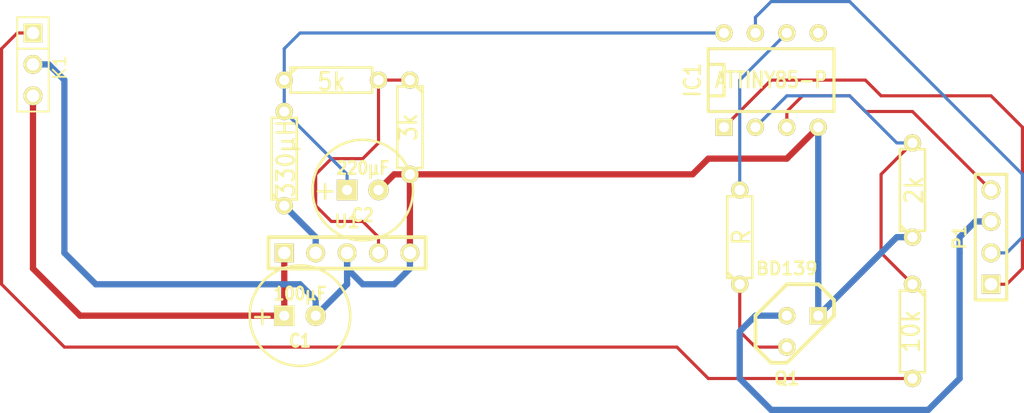
<source format=kicad_pcb>
(kicad_pcb (version 3) (host pcbnew "(2013-may-18)-stable")

  (general
    (links 25)
    (no_connects 0)
    (area 12.573 16.383 96.3676 49.784001)
    (thickness 1.6)
    (drawings 0)
    (tracks 98)
    (zones 0)
    (modules 13)
    (nets 14)
  )

  (page A4)
  (layers
    (15 F.Cu signal)
    (0 B.Cu signal)
    (16 B.Adhes user hide)
    (17 F.Adhes user hide)
    (18 B.Paste user hide)
    (19 F.Paste user hide)
    (20 B.SilkS user hide)
    (21 F.SilkS user)
    (22 B.Mask user hide)
    (23 F.Mask user hide)
    (24 Dwgs.User user hide)
    (25 Cmts.User user hide)
    (26 Eco1.User user hide)
    (27 Eco2.User user hide)
    (28 Edge.Cuts user hide)
  )

  (setup
    (last_trace_width 0.254)
    (trace_clearance 0.254)
    (zone_clearance 0.508)
    (zone_45_only no)
    (trace_min 0.254)
    (segment_width 0.2)
    (edge_width 0.1)
    (via_size 0.889)
    (via_drill 0.635)
    (via_min_size 0.889)
    (via_min_drill 0.508)
    (uvia_size 0.508)
    (uvia_drill 0.127)
    (uvias_allowed no)
    (uvia_min_size 0.508)
    (uvia_min_drill 0.127)
    (pcb_text_width 0.3)
    (pcb_text_size 1.5 1.5)
    (mod_edge_width 0.15)
    (mod_text_size 1 1)
    (mod_text_width 0.15)
    (pad_size 1.5 1.5)
    (pad_drill 0.6)
    (pad_to_mask_clearance 0)
    (aux_axis_origin 26.67 25.4)
    (visible_elements FFFFFFBF)
    (pcbplotparams
      (layerselection 3178497)
      (usegerberextensions true)
      (excludeedgelayer true)
      (linewidth 0.150000)
      (plotframeref false)
      (viasonmask false)
      (mode 1)
      (useauxorigin false)
      (hpglpennumber 1)
      (hpglpenspeed 20)
      (hpglpendiameter 15)
      (hpglpenoverlay 2)
      (psnegative false)
      (psa4output false)
      (plotreference true)
      (plotvalue true)
      (plotothertext true)
      (plotinvisibletext false)
      (padsonsilk false)
      (subtractmaskfromsilk false)
      (outputformat 1)
      (mirror false)
      (drillshape 1)
      (scaleselection 1)
      (outputdirectory ""))
  )

  (net 0 "")
  (net 1 "/3.3v Regulator/+12V")
  (net 2 "/3.3v Regulator/+3.3V")
  (net 3 "/3.3v Regulator/GND")
  (net 4 "/Power Control/ACC")
  (net 5 "/Power Control/PI_IN")
  (net 6 "/Power Control/PI_OUT")
  (net 7 "/Power Control/PWR_SW")
  (net 8 "/Power Control/SW_GND")
  (net 9 N-0000010)
  (net 10 N-0000011)
  (net 11 N-0000012)
  (net 12 N-0000014)
  (net 13 N-000009)

  (net_class Default "This is the default net class."
    (clearance 0.254)
    (trace_width 0.254)
    (via_dia 0.889)
    (via_drill 0.635)
    (uvia_dia 0.508)
    (uvia_drill 0.127)
    (add_net "")
    (add_net "/3.3v Regulator/+3.3V")
    (add_net "/Power Control/ACC")
    (add_net "/Power Control/PI_IN")
    (add_net "/Power Control/PI_OUT")
    (add_net "/Power Control/PWR_SW")
    (add_net N-0000011)
    (add_net N-0000012)
    (add_net N-0000014)
    (add_net N-000009)
  )

  (net_class PWR ""
    (clearance 0.508)
    (trace_width 0.508)
    (via_dia 0.889)
    (via_drill 0.635)
    (uvia_dia 0.508)
    (uvia_drill 0.127)
    (add_net "/3.3v Regulator/+12V")
    (add_net "/3.3v Regulator/GND")
    (add_net "/Power Control/SW_GND")
    (add_net N-0000010)
  )

  (module R3 (layer F.Cu) (tedit 56E24DFE) (tstamp 56E10655)
    (at 39.37 22.86)
    (descr "Resitance 3 pas")
    (tags R)
    (path /56E0E56D/56E0E667)
    (autoplace_cost180 10)
    (fp_text reference R1 (at 0 0.127) (layer F.SilkS) hide
      (effects (font (size 1.397 1.27) (thickness 0.2032)))
    )
    (fp_text value 5k (at 0 0.127) (layer F.SilkS)
      (effects (font (size 1.397 1.27) (thickness 0.2032)))
    )
    (fp_line (start -3.81 0) (end -3.302 0) (layer F.SilkS) (width 0.2032))
    (fp_line (start 3.81 0) (end 3.302 0) (layer F.SilkS) (width 0.2032))
    (fp_line (start 3.302 0) (end 3.302 -1.016) (layer F.SilkS) (width 0.2032))
    (fp_line (start 3.302 -1.016) (end -3.302 -1.016) (layer F.SilkS) (width 0.2032))
    (fp_line (start -3.302 -1.016) (end -3.302 1.016) (layer F.SilkS) (width 0.2032))
    (fp_line (start -3.302 1.016) (end 3.302 1.016) (layer F.SilkS) (width 0.2032))
    (fp_line (start 3.302 1.016) (end 3.302 0) (layer F.SilkS) (width 0.2032))
    (fp_line (start -3.302 -0.508) (end -2.794 -1.016) (layer F.SilkS) (width 0.2032))
    (pad 1 thru_hole circle (at -3.81 0) (size 1.397 1.397) (drill 0.8128)
      (layers *.Cu *.Mask F.SilkS)
      (net 2 "/3.3v Regulator/+3.3V")
    )
    (pad 2 thru_hole circle (at 3.81 0) (size 1.397 1.397) (drill 0.8128)
      (layers *.Cu *.Mask F.SilkS)
      (net 13 N-000009)
    )
    (model discret/resistor.wrl
      (at (xyz 0 0 0))
      (scale (xyz 0.3 0.3 0.3))
      (rotate (xyz 0 0 0))
    )
  )

  (module R3 (layer F.Cu) (tedit 56E24E02) (tstamp 56E256E8)
    (at 45.72 26.67 270)
    (descr "Resitance 3 pas")
    (tags R)
    (path /56E0E56D/56E0E668)
    (autoplace_cost180 10)
    (fp_text reference R2 (at 0 0.127 270) (layer F.SilkS) hide
      (effects (font (size 1.397 1.27) (thickness 0.2032)))
    )
    (fp_text value 3k (at 0 0.127 270) (layer F.SilkS)
      (effects (font (size 1.397 1.27) (thickness 0.2032)))
    )
    (fp_line (start -3.81 0) (end -3.302 0) (layer F.SilkS) (width 0.2032))
    (fp_line (start 3.81 0) (end 3.302 0) (layer F.SilkS) (width 0.2032))
    (fp_line (start 3.302 0) (end 3.302 -1.016) (layer F.SilkS) (width 0.2032))
    (fp_line (start 3.302 -1.016) (end -3.302 -1.016) (layer F.SilkS) (width 0.2032))
    (fp_line (start -3.302 -1.016) (end -3.302 1.016) (layer F.SilkS) (width 0.2032))
    (fp_line (start -3.302 1.016) (end 3.302 1.016) (layer F.SilkS) (width 0.2032))
    (fp_line (start 3.302 1.016) (end 3.302 0) (layer F.SilkS) (width 0.2032))
    (fp_line (start -3.302 -0.508) (end -2.794 -1.016) (layer F.SilkS) (width 0.2032))
    (pad 1 thru_hole circle (at -3.81 0 270) (size 1.397 1.397) (drill 0.8128)
      (layers *.Cu *.Mask F.SilkS)
      (net 13 N-000009)
    )
    (pad 2 thru_hole circle (at 3.81 0 270) (size 1.397 1.397) (drill 0.8128)
      (layers *.Cu *.Mask F.SilkS)
      (net 3 "/3.3v Regulator/GND")
    )
    (model discret/resistor.wrl
      (at (xyz 0 0 0))
      (scale (xyz 0.3 0.3 0.3))
      (rotate (xyz 0 0 0))
    )
  )

  (module PIN_ARRAY_5x1 (layer F.Cu) (tedit 45976D86) (tstamp 56E10670)
    (at 40.64 36.83)
    (descr "Double rangee de contacts 2 x 5 pins")
    (tags CONN)
    (path /56E0E56D/56E0E663)
    (fp_text reference U1 (at 0 -2.54) (layer F.SilkS)
      (effects (font (size 1.016 1.016) (thickness 0.2032)))
    )
    (fp_text value LM2575 (at 0 2.54) (layer F.SilkS) hide
      (effects (font (size 1.016 1.016) (thickness 0.2032)))
    )
    (fp_line (start -6.35 -1.27) (end -6.35 1.27) (layer F.SilkS) (width 0.3048))
    (fp_line (start 6.35 1.27) (end 6.35 -1.27) (layer F.SilkS) (width 0.3048))
    (fp_line (start -6.35 -1.27) (end 6.35 -1.27) (layer F.SilkS) (width 0.3048))
    (fp_line (start 6.35 1.27) (end -6.35 1.27) (layer F.SilkS) (width 0.3048))
    (pad 1 thru_hole rect (at -5.08 0) (size 1.524 1.524) (drill 1.016)
      (layers *.Cu *.Mask F.SilkS)
      (net 1 "/3.3v Regulator/+12V")
    )
    (pad 2 thru_hole circle (at -2.54 0) (size 1.524 1.524) (drill 1.016)
      (layers *.Cu *.Mask F.SilkS)
      (net 9 N-0000010)
    )
    (pad 3 thru_hole circle (at 0 0) (size 1.524 1.524) (drill 1.016)
      (layers *.Cu *.Mask F.SilkS)
      (net 3 "/3.3v Regulator/GND")
    )
    (pad 4 thru_hole circle (at 2.54 0) (size 1.524 1.524) (drill 1.016)
      (layers *.Cu *.Mask F.SilkS)
      (net 13 N-000009)
    )
    (pad 5 thru_hole circle (at 5.08 0) (size 1.524 1.524) (drill 1.016)
      (layers *.Cu *.Mask F.SilkS)
      (net 3 "/3.3v Regulator/GND")
    )
    (model pin_array/pins_array_5x1.wrl
      (at (xyz 0 0 0))
      (scale (xyz 1 1 1))
      (rotate (xyz 0 0 0))
    )
  )

  (module R3 (layer F.Cu) (tedit 4E4C0E65) (tstamp 56E106EF)
    (at 35.56 29.21 90)
    (descr "Resitance 3 pas")
    (tags R)
    (path /56E0E56D/56E0E665)
    (autoplace_cost180 10)
    (fp_text reference L1 (at 0 0.127 90) (layer F.SilkS) hide
      (effects (font (size 1.397 1.27) (thickness 0.2032)))
    )
    (fp_text value 330µH (at 0 0.127 90) (layer F.SilkS)
      (effects (font (size 1.397 1.27) (thickness 0.2032)))
    )
    (fp_line (start -3.81 0) (end -3.302 0) (layer F.SilkS) (width 0.2032))
    (fp_line (start 3.81 0) (end 3.302 0) (layer F.SilkS) (width 0.2032))
    (fp_line (start 3.302 0) (end 3.302 -1.016) (layer F.SilkS) (width 0.2032))
    (fp_line (start 3.302 -1.016) (end -3.302 -1.016) (layer F.SilkS) (width 0.2032))
    (fp_line (start -3.302 -1.016) (end -3.302 1.016) (layer F.SilkS) (width 0.2032))
    (fp_line (start -3.302 1.016) (end 3.302 1.016) (layer F.SilkS) (width 0.2032))
    (fp_line (start 3.302 1.016) (end 3.302 0) (layer F.SilkS) (width 0.2032))
    (fp_line (start -3.302 -0.508) (end -2.794 -1.016) (layer F.SilkS) (width 0.2032))
    (pad 1 thru_hole circle (at -3.81 0 90) (size 1.397 1.397) (drill 0.8128)
      (layers *.Cu *.Mask F.SilkS)
      (net 9 N-0000010)
    )
    (pad 2 thru_hole circle (at 3.81 0 90) (size 1.397 1.397) (drill 0.8128)
      (layers *.Cu *.Mask F.SilkS)
      (net 2 "/3.3v Regulator/+3.3V")
    )
    (model discret/resistor.wrl
      (at (xyz 0 0 0))
      (scale (xyz 0.3 0.3 0.3))
      (rotate (xyz 0 0 0))
    )
  )

  (module R3 (layer F.Cu) (tedit 4E4C0E65) (tstamp 56E22FCB)
    (at 86.36 31.75 90)
    (descr "Resitance 3 pas")
    (tags R)
    (path /56E22A60/56E22AD8)
    (autoplace_cost180 10)
    (fp_text reference R4 (at 0 0.127 90) (layer F.SilkS) hide
      (effects (font (size 1.397 1.27) (thickness 0.2032)))
    )
    (fp_text value 2k (at 0 0.127 90) (layer F.SilkS)
      (effects (font (size 1.397 1.27) (thickness 0.2032)))
    )
    (fp_line (start -3.81 0) (end -3.302 0) (layer F.SilkS) (width 0.2032))
    (fp_line (start 3.81 0) (end 3.302 0) (layer F.SilkS) (width 0.2032))
    (fp_line (start 3.302 0) (end 3.302 -1.016) (layer F.SilkS) (width 0.2032))
    (fp_line (start 3.302 -1.016) (end -3.302 -1.016) (layer F.SilkS) (width 0.2032))
    (fp_line (start -3.302 -1.016) (end -3.302 1.016) (layer F.SilkS) (width 0.2032))
    (fp_line (start -3.302 1.016) (end 3.302 1.016) (layer F.SilkS) (width 0.2032))
    (fp_line (start 3.302 1.016) (end 3.302 0) (layer F.SilkS) (width 0.2032))
    (fp_line (start -3.302 -0.508) (end -2.794 -1.016) (layer F.SilkS) (width 0.2032))
    (pad 1 thru_hole circle (at -3.81 0 90) (size 1.397 1.397) (drill 0.8128)
      (layers *.Cu *.Mask F.SilkS)
      (net 3 "/3.3v Regulator/GND")
    )
    (pad 2 thru_hole circle (at 3.81 0 90) (size 1.397 1.397) (drill 0.8128)
      (layers *.Cu *.Mask F.SilkS)
      (net 12 N-0000014)
    )
    (model discret/resistor.wrl
      (at (xyz 0 0 0))
      (scale (xyz 0.3 0.3 0.3))
      (rotate (xyz 0 0 0))
    )
  )

  (module R3 (layer F.Cu) (tedit 4E4C0E65) (tstamp 56E22FD9)
    (at 86.36 43.18 270)
    (descr "Resitance 3 pas")
    (tags R)
    (path /56E22A60/56E22B06)
    (autoplace_cost180 10)
    (fp_text reference R5 (at 0 0.127 270) (layer F.SilkS) hide
      (effects (font (size 1.397 1.27) (thickness 0.2032)))
    )
    (fp_text value 10k (at 0 0.127 270) (layer F.SilkS)
      (effects (font (size 1.397 1.27) (thickness 0.2032)))
    )
    (fp_line (start -3.81 0) (end -3.302 0) (layer F.SilkS) (width 0.2032))
    (fp_line (start 3.81 0) (end 3.302 0) (layer F.SilkS) (width 0.2032))
    (fp_line (start 3.302 0) (end 3.302 -1.016) (layer F.SilkS) (width 0.2032))
    (fp_line (start 3.302 -1.016) (end -3.302 -1.016) (layer F.SilkS) (width 0.2032))
    (fp_line (start -3.302 -1.016) (end -3.302 1.016) (layer F.SilkS) (width 0.2032))
    (fp_line (start -3.302 1.016) (end 3.302 1.016) (layer F.SilkS) (width 0.2032))
    (fp_line (start 3.302 1.016) (end 3.302 0) (layer F.SilkS) (width 0.2032))
    (fp_line (start -3.302 -0.508) (end -2.794 -1.016) (layer F.SilkS) (width 0.2032))
    (pad 1 thru_hole circle (at -3.81 0 270) (size 1.397 1.397) (drill 0.8128)
      (layers *.Cu *.Mask F.SilkS)
      (net 12 N-0000014)
    )
    (pad 2 thru_hole circle (at 3.81 0 270) (size 1.397 1.397) (drill 0.8128)
      (layers *.Cu *.Mask F.SilkS)
      (net 4 "/Power Control/ACC")
    )
    (model discret/resistor.wrl
      (at (xyz 0 0 0))
      (scale (xyz 0.3 0.3 0.3))
      (rotate (xyz 0 0 0))
    )
  )

  (module R3 (layer F.Cu) (tedit 4E4C0E65) (tstamp 56E22FE7)
    (at 72.39 35.56 90)
    (descr "Resitance 3 pas")
    (tags R)
    (path /56E22A60/56E22C30)
    (autoplace_cost180 10)
    (fp_text reference R3 (at 0 0.127 90) (layer F.SilkS) hide
      (effects (font (size 1.397 1.27) (thickness 0.2032)))
    )
    (fp_text value R (at 0 0.127 90) (layer F.SilkS)
      (effects (font (size 1.397 1.27) (thickness 0.2032)))
    )
    (fp_line (start -3.81 0) (end -3.302 0) (layer F.SilkS) (width 0.2032))
    (fp_line (start 3.81 0) (end 3.302 0) (layer F.SilkS) (width 0.2032))
    (fp_line (start 3.302 0) (end 3.302 -1.016) (layer F.SilkS) (width 0.2032))
    (fp_line (start 3.302 -1.016) (end -3.302 -1.016) (layer F.SilkS) (width 0.2032))
    (fp_line (start -3.302 -1.016) (end -3.302 1.016) (layer F.SilkS) (width 0.2032))
    (fp_line (start -3.302 1.016) (end 3.302 1.016) (layer F.SilkS) (width 0.2032))
    (fp_line (start 3.302 1.016) (end 3.302 0) (layer F.SilkS) (width 0.2032))
    (fp_line (start -3.302 -0.508) (end -2.794 -1.016) (layer F.SilkS) (width 0.2032))
    (pad 1 thru_hole circle (at -3.81 0 90) (size 1.397 1.397) (drill 0.8128)
      (layers *.Cu *.Mask F.SilkS)
      (net 10 N-0000011)
    )
    (pad 2 thru_hole circle (at 3.81 0 90) (size 1.397 1.397) (drill 0.8128)
      (layers *.Cu *.Mask F.SilkS)
      (net 11 N-0000012)
    )
    (model discret/resistor.wrl
      (at (xyz 0 0 0))
      (scale (xyz 0.3 0.3 0.3))
      (rotate (xyz 0 0 0))
    )
  )

  (module TO92 (layer F.Cu) (tedit 443CFFD1) (tstamp 56E28D50)
    (at 77.47 43.18)
    (descr "Transistor TO92 brochage type BC237")
    (tags "TR TO92")
    (path /56E22A60/56E22BE9)
    (fp_text reference Q1 (at -1.27 3.81) (layer F.SilkS)
      (effects (font (size 1.016 1.016) (thickness 0.2032)))
    )
    (fp_text value BD139 (at -1.27 -5.08) (layer F.SilkS)
      (effects (font (size 1.016 1.016) (thickness 0.2032)))
    )
    (fp_line (start -1.27 2.54) (end 2.54 -1.27) (layer F.SilkS) (width 0.3048))
    (fp_line (start 2.54 -1.27) (end 2.54 -2.54) (layer F.SilkS) (width 0.3048))
    (fp_line (start 2.54 -2.54) (end 1.27 -3.81) (layer F.SilkS) (width 0.3048))
    (fp_line (start 1.27 -3.81) (end -1.27 -3.81) (layer F.SilkS) (width 0.3048))
    (fp_line (start -1.27 -3.81) (end -3.81 -1.27) (layer F.SilkS) (width 0.3048))
    (fp_line (start -3.81 -1.27) (end -3.81 1.27) (layer F.SilkS) (width 0.3048))
    (fp_line (start -3.81 1.27) (end -2.54 2.54) (layer F.SilkS) (width 0.3048))
    (fp_line (start -2.54 2.54) (end -1.27 2.54) (layer F.SilkS) (width 0.3048))
    (pad 1 thru_hole rect (at 1.27 -1.27) (size 1.397 1.397) (drill 0.8128)
      (layers *.Cu *.Mask F.SilkS)
      (net 3 "/3.3v Regulator/GND")
    )
    (pad 2 thru_hole circle (at -1.27 -1.27) (size 1.397 1.397) (drill 0.8128)
      (layers *.Cu *.Mask F.SilkS)
      (net 8 "/Power Control/SW_GND")
    )
    (pad 3 thru_hole circle (at -1.27 1.27) (size 1.397 1.397) (drill 0.8128)
      (layers *.Cu *.Mask F.SilkS)
      (net 10 N-0000011)
    )
    (model discret/to98.wrl
      (at (xyz 0 0 0))
      (scale (xyz 1 1 1))
      (rotate (xyz 0 0 0))
    )
  )

  (module DIP-8__300 (layer F.Cu) (tedit 43A7F843) (tstamp 56E28D63)
    (at 74.93 22.86)
    (descr "8 pins DIL package, round pads")
    (tags DIL)
    (path /56E22A60/56E22A79)
    (fp_text reference IC1 (at -6.35 0 90) (layer F.SilkS)
      (effects (font (size 1.27 1.143) (thickness 0.2032)))
    )
    (fp_text value ATTINY85-P (at 0 0) (layer F.SilkS)
      (effects (font (size 1.27 1.016) (thickness 0.2032)))
    )
    (fp_line (start -5.08 -1.27) (end -3.81 -1.27) (layer F.SilkS) (width 0.254))
    (fp_line (start -3.81 -1.27) (end -3.81 1.27) (layer F.SilkS) (width 0.254))
    (fp_line (start -3.81 1.27) (end -5.08 1.27) (layer F.SilkS) (width 0.254))
    (fp_line (start -5.08 -2.54) (end 5.08 -2.54) (layer F.SilkS) (width 0.254))
    (fp_line (start 5.08 -2.54) (end 5.08 2.54) (layer F.SilkS) (width 0.254))
    (fp_line (start 5.08 2.54) (end -5.08 2.54) (layer F.SilkS) (width 0.254))
    (fp_line (start -5.08 2.54) (end -5.08 -2.54) (layer F.SilkS) (width 0.254))
    (pad 1 thru_hole rect (at -3.81 3.81) (size 1.397 1.397) (drill 0.8128)
      (layers *.Cu *.Mask F.SilkS)
      (net 6 "/Power Control/PI_OUT")
    )
    (pad 2 thru_hole circle (at -1.27 3.81) (size 1.397 1.397) (drill 0.8128)
      (layers *.Cu *.Mask F.SilkS)
      (net 12 N-0000014)
    )
    (pad 3 thru_hole circle (at 1.27 3.81) (size 1.397 1.397) (drill 0.8128)
      (layers *.Cu *.Mask F.SilkS)
      (net 5 "/Power Control/PI_IN")
    )
    (pad 4 thru_hole circle (at 3.81 3.81) (size 1.397 1.397) (drill 0.8128)
      (layers *.Cu *.Mask F.SilkS)
      (net 3 "/3.3v Regulator/GND")
    )
    (pad 5 thru_hole circle (at 3.81 -3.81) (size 1.397 1.397) (drill 0.8128)
      (layers *.Cu *.Mask F.SilkS)
    )
    (pad 6 thru_hole circle (at 1.27 -3.81) (size 1.397 1.397) (drill 0.8128)
      (layers *.Cu *.Mask F.SilkS)
      (net 11 N-0000012)
    )
    (pad 7 thru_hole circle (at -1.27 -3.81) (size 1.397 1.397) (drill 0.8128)
      (layers *.Cu *.Mask F.SilkS)
      (net 7 "/Power Control/PWR_SW")
    )
    (pad 8 thru_hole circle (at -3.81 -3.81) (size 1.397 1.397) (drill 0.8128)
      (layers *.Cu *.Mask F.SilkS)
      (net 2 "/3.3v Regulator/+3.3V")
    )
    (model dil/dil_8.wrl
      (at (xyz 0 0 0))
      (scale (xyz 1 1 1))
      (rotate (xyz 0 0 0))
    )
  )

  (module PIN_ARRAY_4x1 (layer F.Cu) (tedit 4C10F42E) (tstamp 56E28DED)
    (at 92.71 35.56 90)
    (descr "Double rangee de contacts 2 x 5 pins")
    (tags CONN)
    (path /56E23DA2)
    (fp_text reference P1 (at 0 -2.54 90) (layer F.SilkS)
      (effects (font (size 1.016 1.016) (thickness 0.2032)))
    )
    (fp_text value CONN_4 (at 0 2.54 90) (layer F.SilkS) hide
      (effects (font (size 1.016 1.016) (thickness 0.2032)))
    )
    (fp_line (start 5.08 1.27) (end -5.08 1.27) (layer F.SilkS) (width 0.254))
    (fp_line (start 5.08 -1.27) (end -5.08 -1.27) (layer F.SilkS) (width 0.254))
    (fp_line (start -5.08 -1.27) (end -5.08 1.27) (layer F.SilkS) (width 0.254))
    (fp_line (start 5.08 1.27) (end 5.08 -1.27) (layer F.SilkS) (width 0.254))
    (pad 1 thru_hole rect (at -3.81 0 90) (size 1.524 1.524) (drill 1.016)
      (layers *.Cu *.Mask F.SilkS)
      (net 6 "/Power Control/PI_OUT")
    )
    (pad 2 thru_hole circle (at -1.27 0 90) (size 1.524 1.524) (drill 1.016)
      (layers *.Cu *.Mask F.SilkS)
      (net 7 "/Power Control/PWR_SW")
    )
    (pad 3 thru_hole circle (at 1.27 0 90) (size 1.524 1.524) (drill 1.016)
      (layers *.Cu *.Mask F.SilkS)
      (net 8 "/Power Control/SW_GND")
    )
    (pad 4 thru_hole circle (at 3.81 0 90) (size 1.524 1.524) (drill 1.016)
      (layers *.Cu *.Mask F.SilkS)
      (net 5 "/Power Control/PI_IN")
    )
    (model pin_array\pins_array_4x1.wrl
      (at (xyz 0 0 0))
      (scale (xyz 1 1 1))
      (rotate (xyz 0 0 0))
    )
  )

  (module PIN_ARRAY_3X1 (layer F.Cu) (tedit 4C1130E0) (tstamp 56E28DF9)
    (at 15.24 21.59 270)
    (descr "Connecteur 3 pins")
    (tags "CONN DEV")
    (path /56E23D1E)
    (fp_text reference K1 (at 0.254 -2.159 270) (layer F.SilkS)
      (effects (font (size 1.016 1.016) (thickness 0.1524)))
    )
    (fp_text value CONN_3 (at 0 -2.159 270) (layer F.SilkS) hide
      (effects (font (size 1.016 1.016) (thickness 0.1524)))
    )
    (fp_line (start -3.81 1.27) (end -3.81 -1.27) (layer F.SilkS) (width 0.1524))
    (fp_line (start -3.81 -1.27) (end 3.81 -1.27) (layer F.SilkS) (width 0.1524))
    (fp_line (start 3.81 -1.27) (end 3.81 1.27) (layer F.SilkS) (width 0.1524))
    (fp_line (start 3.81 1.27) (end -3.81 1.27) (layer F.SilkS) (width 0.1524))
    (fp_line (start -1.27 -1.27) (end -1.27 1.27) (layer F.SilkS) (width 0.1524))
    (pad 1 thru_hole rect (at -2.54 0 270) (size 1.524 1.524) (drill 1.016)
      (layers *.Cu *.Mask F.SilkS)
      (net 4 "/Power Control/ACC")
    )
    (pad 2 thru_hole circle (at 0 0 270) (size 1.524 1.524) (drill 1.016)
      (layers *.Cu *.Mask F.SilkS)
      (net 3 "/3.3v Regulator/GND")
    )
    (pad 3 thru_hole circle (at 2.54 0 270) (size 1.524 1.524) (drill 1.016)
      (layers *.Cu *.Mask F.SilkS)
      (net 1 "/3.3v Regulator/+12V")
    )
    (model pin_array/pins_array_3x1.wrl
      (at (xyz 0 0 0))
      (scale (xyz 1 1 1))
      (rotate (xyz 0 0 0))
    )
  )

  (module C1V8 (layer F.Cu) (tedit 3DD3A719) (tstamp 56E10686)
    (at 41.91 31.75)
    (path /56E0E56D/56E0E666)
    (fp_text reference C2 (at 0 2.032) (layer F.SilkS)
      (effects (font (size 1.016 0.889) (thickness 0.2032)))
    )
    (fp_text value 220µF (at 0 -1.77546) (layer F.SilkS)
      (effects (font (size 1.016 0.889) (thickness 0.2032)))
    )
    (fp_text user + (at -3.04546 0) (layer F.SilkS)
      (effects (font (size 1.524 1.524) (thickness 0.2032)))
    )
    (fp_circle (center 0 0) (end 4.064 0) (layer F.SilkS) (width 0.2032))
    (pad 1 thru_hole rect (at -1.27 0) (size 1.651 1.651) (drill 0.8128)
      (layers *.Cu *.Mask F.SilkS)
      (net 2 "/3.3v Regulator/+3.3V")
    )
    (pad 2 thru_hole circle (at 1.27 0) (size 1.651 1.651) (drill 0.8128)
      (layers *.Cu *.Mask F.SilkS)
      (net 3 "/3.3v Regulator/GND")
    )
    (model discret/c_vert_c1v8.wrl
      (at (xyz 0 0 0))
      (scale (xyz 1 1 1))
      (rotate (xyz 0 0 0))
    )
  )

  (module C1V8 (layer F.Cu) (tedit 3DD3A719) (tstamp 56E1067B)
    (at 36.83 41.91)
    (path /56E0E56D/56E0E664)
    (fp_text reference C1 (at 0 2.032) (layer F.SilkS)
      (effects (font (size 1.016 0.889) (thickness 0.2032)))
    )
    (fp_text value 100µF (at 0 -1.77546) (layer F.SilkS)
      (effects (font (size 1.016 0.889) (thickness 0.2032)))
    )
    (fp_text user + (at -3.04546 0) (layer F.SilkS)
      (effects (font (size 1.524 1.524) (thickness 0.2032)))
    )
    (fp_circle (center 0 0) (end 4.064 0) (layer F.SilkS) (width 0.2032))
    (pad 1 thru_hole rect (at -1.27 0) (size 1.651 1.651) (drill 0.8128)
      (layers *.Cu *.Mask F.SilkS)
      (net 1 "/3.3v Regulator/+12V")
    )
    (pad 2 thru_hole circle (at 1.27 0) (size 1.651 1.651) (drill 0.8128)
      (layers *.Cu *.Mask F.SilkS)
      (net 3 "/3.3v Regulator/GND")
    )
    (model discret/c_vert_c1v8.wrl
      (at (xyz 0 0 0))
      (scale (xyz 1 1 1))
      (rotate (xyz 0 0 0))
    )
  )

  (segment (start 15.24 24.13) (end 15.24 38.1) (width 0.508) (layer F.Cu) (net 1))
  (segment (start 19.05 41.91) (end 35.56 41.91) (width 0.508) (layer F.Cu) (net 1) (tstamp 56E28F70))
  (segment (start 15.24 38.1) (end 19.05 41.91) (width 0.508) (layer F.Cu) (net 1) (tstamp 56E28F6F))
  (segment (start 35.56 36.83) (end 35.56 41.91) (width 0.508) (layer F.Cu) (net 1) (status 80030))
  (segment (start 40.64 31.75) (end 40.64 30.48) (width 0.254) (layer B.Cu) (net 2))
  (segment (start 40.64 30.48) (end 35.56 25.4) (width 0.254) (layer B.Cu) (net 2) (tstamp 56E29045))
  (segment (start 35.56 25.4) (end 35.56 22.86) (width 0.254) (layer B.Cu) (net 2))
  (segment (start 35.56 22.86) (end 35.56 20.32) (width 0.254) (layer B.Cu) (net 2))
  (segment (start 35.56 20.32) (end 36.83 19.05) (width 0.254) (layer B.Cu) (net 2) (tstamp 56E2903C))
  (segment (start 36.83 19.05) (end 71.12 19.05) (width 0.254) (layer B.Cu) (net 2) (tstamp 56E2903E))
  (segment (start 15.24 21.59) (end 16.51 21.59) (width 0.508) (layer B.Cu) (net 3))
  (segment (start 38.1 40.64) (end 38.1 41.91) (width 0.508) (layer B.Cu) (net 3) (tstamp 56E258EC))
  (segment (start 36.83 39.37) (end 38.1 40.64) (width 0.508) (layer B.Cu) (net 3) (tstamp 56E258EA))
  (segment (start 20.32 39.37) (end 36.83 39.37) (width 0.508) (layer B.Cu) (net 3) (tstamp 56E258E8))
  (segment (start 17.78 36.83) (end 20.32 39.37) (width 0.508) (layer B.Cu) (net 3) (tstamp 56E258E7))
  (segment (start 17.78 22.86) (end 17.78 36.83) (width 0.508) (layer B.Cu) (net 3) (tstamp 56E258E6))
  (segment (start 16.51 21.59) (end 17.78 22.86) (width 0.508) (layer B.Cu) (net 3) (tstamp 56E258E5))
  (segment (start 78.74 26.67) (end 78.74 41.91) (width 0.508) (layer B.Cu) (net 3))
  (segment (start 78.74 41.91) (end 85.09 35.56) (width 0.508) (layer B.Cu) (net 3) (tstamp 56E28FC8))
  (segment (start 85.09 35.56) (end 86.36 35.56) (width 0.508) (layer B.Cu) (net 3) (tstamp 56E28FC9))
  (segment (start 45.72 30.48) (end 68.58 30.48) (width 0.508) (layer F.Cu) (net 3))
  (segment (start 76.2 29.21) (end 78.74 26.67) (width 0.508) (layer F.Cu) (net 3) (tstamp 56E28FBD))
  (segment (start 69.85 29.21) (end 76.2 29.21) (width 0.508) (layer F.Cu) (net 3) (tstamp 56E28FBC))
  (segment (start 68.58 30.48) (end 69.85 29.21) (width 0.508) (layer F.Cu) (net 3) (tstamp 56E28FBB))
  (segment (start 45.72 30.48) (end 44.45 30.48) (width 0.508) (layer F.Cu) (net 3))
  (segment (start 44.45 30.48) (end 43.18 31.75) (width 0.508) (layer F.Cu) (net 3) (tstamp 56E28FA8))
  (segment (start 45.72 36.83) (end 45.72 30.48) (width 0.508) (layer F.Cu) (net 3))
  (segment (start 40.64 36.83) (end 40.64 38.1) (width 0.508) (layer B.Cu) (net 3))
  (segment (start 45.72 38.1) (end 45.72 36.83) (width 0.508) (layer B.Cu) (net 3) (tstamp 56E28F90))
  (segment (start 44.45 39.37) (end 45.72 38.1) (width 0.508) (layer B.Cu) (net 3) (tstamp 56E28F8F))
  (segment (start 41.91 39.37) (end 44.45 39.37) (width 0.508) (layer B.Cu) (net 3) (tstamp 56E28F8E))
  (segment (start 40.64 38.1) (end 41.91 39.37) (width 0.508) (layer B.Cu) (net 3) (tstamp 56E28F8D))
  (segment (start 38.1 41.91) (end 40.64 39.37) (width 0.508) (layer B.Cu) (net 3))
  (segment (start 40.64 39.37) (end 40.64 36.83) (width 0.508) (layer B.Cu) (net 3) (tstamp 56E28F74))
  (segment (start 15.24 19.05) (end 13.97 19.05) (width 0.254) (layer F.Cu) (net 4))
  (segment (start 69.85 46.99) (end 86.36 46.99) (width 0.254) (layer F.Cu) (net 4) (tstamp 56E28FFD))
  (segment (start 67.31 44.45) (end 69.85 46.99) (width 0.254) (layer F.Cu) (net 4) (tstamp 56E28FFB))
  (segment (start 17.78 44.45) (end 67.31 44.45) (width 0.254) (layer F.Cu) (net 4) (tstamp 56E28FFA))
  (segment (start 12.7 39.37) (end 17.78 44.45) (width 0.254) (layer F.Cu) (net 4) (tstamp 56E28FF9))
  (segment (start 12.7 20.32) (end 12.7 39.37) (width 0.254) (layer F.Cu) (net 4) (tstamp 56E28FF7))
  (segment (start 13.97 19.05) (end 12.7 20.32) (width 0.254) (layer F.Cu) (net 4) (tstamp 56E28FF5))
  (segment (start 76.2 26.67) (end 76.2 25.4) (width 0.254) (layer F.Cu) (net 5))
  (segment (start 86.36 25.4) (end 92.71 31.75) (width 0.254) (layer F.Cu) (net 5) (tstamp 56E29065))
  (segment (start 82.55 25.4) (end 86.36 25.4) (width 0.254) (layer F.Cu) (net 5) (tstamp 56E29063))
  (segment (start 81.28 24.13) (end 82.55 25.4) (width 0.254) (layer F.Cu) (net 5) (tstamp 56E29061))
  (segment (start 77.47 24.13) (end 81.28 24.13) (width 0.254) (layer F.Cu) (net 5) (tstamp 56E2905F))
  (segment (start 76.2 25.4) (end 77.47 24.13) (width 0.254) (layer F.Cu) (net 5) (tstamp 56E2905D))
  (segment (start 71.12 26.67) (end 74.93 22.86) (width 0.254) (layer F.Cu) (net 6))
  (segment (start 93.98 39.37) (end 92.71 39.37) (width 0.254) (layer F.Cu) (net 6) (tstamp 56E29054))
  (segment (start 95.25 38.1) (end 93.98 39.37) (width 0.254) (layer F.Cu) (net 6) (tstamp 56E29052))
  (segment (start 95.25 26.67) (end 95.25 38.1) (width 0.254) (layer F.Cu) (net 6) (tstamp 56E29051))
  (segment (start 92.71 24.13) (end 95.25 26.67) (width 0.254) (layer F.Cu) (net 6) (tstamp 56E29050))
  (segment (start 88.9 24.13) (end 92.71 24.13) (width 0.254) (layer F.Cu) (net 6) (tstamp 56E2904F))
  (segment (start 83.82 24.13) (end 88.9 24.13) (width 0.254) (layer F.Cu) (net 6) (tstamp 56E2904E))
  (segment (start 82.55 22.86) (end 83.82 24.13) (width 0.254) (layer F.Cu) (net 6) (tstamp 56E2904D))
  (segment (start 74.93 22.86) (end 82.55 22.86) (width 0.254) (layer F.Cu) (net 6) (tstamp 56E2904C))
  (segment (start 73.66 19.05) (end 73.66 17.78) (width 0.254) (layer B.Cu) (net 7))
  (segment (start 93.98 36.83) (end 92.71 36.83) (width 0.254) (layer B.Cu) (net 7) (tstamp 56E29088))
  (segment (start 95.25 35.56) (end 93.98 36.83) (width 0.254) (layer B.Cu) (net 7) (tstamp 56E29086))
  (segment (start 95.25 30.48) (end 95.25 35.56) (width 0.254) (layer B.Cu) (net 7) (tstamp 56E29084))
  (segment (start 81.28 16.51) (end 95.25 30.48) (width 0.254) (layer B.Cu) (net 7) (tstamp 56E29082))
  (segment (start 74.93 16.51) (end 81.28 16.51) (width 0.254) (layer B.Cu) (net 7) (tstamp 56E29080))
  (segment (start 73.66 17.78) (end 74.93 16.51) (width 0.254) (layer B.Cu) (net 7) (tstamp 56E2907E))
  (segment (start 92.71 34.29) (end 91.44 34.29) (width 0.508) (layer B.Cu) (net 8))
  (segment (start 73.66 41.91) (end 72.39 43.18) (width 0.508) (layer B.Cu) (net 8) (tstamp 56E29005))
  (segment (start 72.39 43.18) (end 72.39 46.99) (width 0.508) (layer B.Cu) (net 8) (tstamp 56E29006))
  (segment (start 72.39 46.99) (end 74.93 49.53) (width 0.508) (layer B.Cu) (net 8) (tstamp 56E29007))
  (segment (start 74.93 49.53) (end 87.63 49.53) (width 0.508) (layer B.Cu) (net 8) (tstamp 56E29009))
  (segment (start 87.63 49.53) (end 90.17 46.99) (width 0.508) (layer B.Cu) (net 8) (tstamp 56E2900B))
  (segment (start 90.17 46.99) (end 90.17 36.83) (width 0.508) (layer B.Cu) (net 8) (tstamp 56E2900D))
  (segment (start 73.66 41.91) (end 76.2 41.91) (width 0.508) (layer B.Cu) (net 8))
  (segment (start 90.17 35.56) (end 90.17 36.83) (width 0.508) (layer B.Cu) (net 8) (tstamp 56E29075))
  (segment (start 91.44 34.29) (end 90.17 35.56) (width 0.508) (layer B.Cu) (net 8) (tstamp 56E29074))
  (segment (start 38.1 36.83) (end 38.1 35.56) (width 0.508) (layer B.Cu) (net 9))
  (segment (start 38.1 35.56) (end 35.56 33.02) (width 0.508) (layer B.Cu) (net 9) (tstamp 56E28F97))
  (segment (start 72.39 39.37) (end 72.39 43.18) (width 0.254) (layer F.Cu) (net 10))
  (segment (start 73.66 44.45) (end 76.2 44.45) (width 0.254) (layer F.Cu) (net 10) (tstamp 56E2906E))
  (segment (start 72.39 43.18) (end 73.66 44.45) (width 0.254) (layer F.Cu) (net 10) (tstamp 56E2906C))
  (segment (start 72.39 31.75) (end 72.39 22.86) (width 0.254) (layer B.Cu) (net 11))
  (segment (start 72.39 22.86) (end 76.2 19.05) (width 0.254) (layer B.Cu) (net 11) (tstamp 56E28EAC))
  (segment (start 86.36 27.94) (end 85.09 29.21) (width 0.254) (layer F.Cu) (net 12))
  (segment (start 83.82 36.83) (end 86.36 39.37) (width 0.254) (layer F.Cu) (net 12) (tstamp 56E28FEF))
  (segment (start 83.82 30.48) (end 83.82 36.83) (width 0.254) (layer F.Cu) (net 12) (tstamp 56E28FEE))
  (segment (start 85.09 29.21) (end 83.82 30.48) (width 0.254) (layer F.Cu) (net 12) (tstamp 56E28FED))
  (segment (start 73.66 26.67) (end 76.2 24.13) (width 0.254) (layer B.Cu) (net 12))
  (segment (start 85.09 27.94) (end 86.36 27.94) (width 0.254) (layer B.Cu) (net 12) (tstamp 56E28FE8))
  (segment (start 81.28 24.13) (end 85.09 27.94) (width 0.254) (layer B.Cu) (net 12) (tstamp 56E28FE7))
  (segment (start 76.2 24.13) (end 81.28 24.13) (width 0.254) (layer B.Cu) (net 12) (tstamp 56E28FE6))
  (segment (start 43.18 36.83) (end 43.18 35.56) (width 0.254) (layer F.Cu) (net 13))
  (segment (start 43.18 27.94) (end 43.18 22.86) (width 0.254) (layer F.Cu) (net 13) (tstamp 56E290A0))
  (segment (start 41.91 29.21) (end 43.18 27.94) (width 0.254) (layer F.Cu) (net 13) (tstamp 56E2909E))
  (segment (start 39.37 29.21) (end 41.91 29.21) (width 0.254) (layer F.Cu) (net 13) (tstamp 56E2909C))
  (segment (start 38.1 30.48) (end 39.37 29.21) (width 0.254) (layer F.Cu) (net 13) (tstamp 56E2909A))
  (segment (start 38.1 33.02) (end 38.1 30.48) (width 0.254) (layer F.Cu) (net 13) (tstamp 56E29098))
  (segment (start 39.37 34.29) (end 38.1 33.02) (width 0.254) (layer F.Cu) (net 13) (tstamp 56E29096))
  (segment (start 41.91 34.29) (end 39.37 34.29) (width 0.254) (layer F.Cu) (net 13) (tstamp 56E29094))
  (segment (start 43.18 35.56) (end 41.91 34.29) (width 0.254) (layer F.Cu) (net 13) (tstamp 56E29092))
  (segment (start 43.18 22.86) (end 45.72 22.86) (width 0.254) (layer F.Cu) (net 13) (tstamp 56E290A2))

)

</source>
